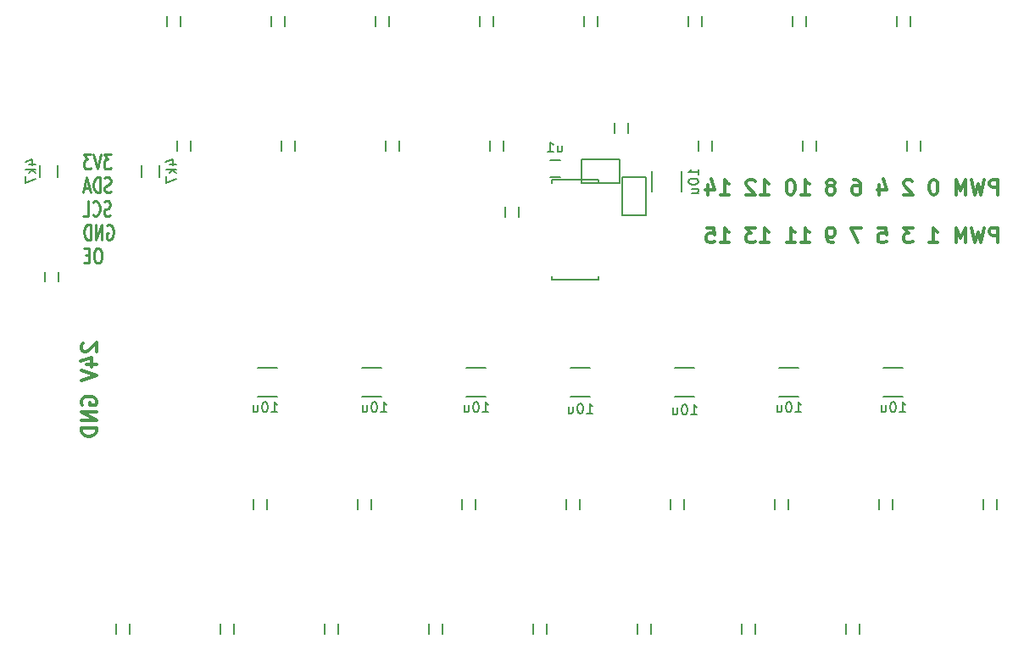
<source format=gbo>
G04 #@! TF.FileFunction,Legend,Bot*
%FSLAX46Y46*%
G04 Gerber Fmt 4.6, Leading zero omitted, Abs format (unit mm)*
G04 Created by KiCad (PCBNEW 4.0.0-stable) date 06.09.2016 12:35:27*
%MOMM*%
G01*
G04 APERTURE LIST*
%ADD10C,0.100000*%
%ADD11C,0.300000*%
%ADD12C,0.250000*%
%ADD13C,0.150000*%
%ADD14C,0.200000*%
G04 APERTURE END LIST*
D10*
D11*
X129089711Y-48824571D02*
X129089711Y-47324571D01*
X128518283Y-47324571D01*
X128375425Y-47396000D01*
X128303997Y-47467429D01*
X128232568Y-47610286D01*
X128232568Y-47824571D01*
X128303997Y-47967429D01*
X128375425Y-48038857D01*
X128518283Y-48110286D01*
X129089711Y-48110286D01*
X127732568Y-47324571D02*
X127375425Y-48824571D01*
X127089711Y-47753143D01*
X126803997Y-48824571D01*
X126446854Y-47324571D01*
X125875425Y-48824571D02*
X125875425Y-47324571D01*
X125375425Y-48396000D01*
X124875425Y-47324571D01*
X124875425Y-48824571D01*
X122732568Y-47324571D02*
X122589711Y-47324571D01*
X122446854Y-47396000D01*
X122375425Y-47467429D01*
X122303996Y-47610286D01*
X122232568Y-47896000D01*
X122232568Y-48253143D01*
X122303996Y-48538857D01*
X122375425Y-48681714D01*
X122446854Y-48753143D01*
X122589711Y-48824571D01*
X122732568Y-48824571D01*
X122875425Y-48753143D01*
X122946854Y-48681714D01*
X123018282Y-48538857D01*
X123089711Y-48253143D01*
X123089711Y-47896000D01*
X123018282Y-47610286D01*
X122946854Y-47467429D01*
X122875425Y-47396000D01*
X122732568Y-47324571D01*
X120518283Y-47467429D02*
X120446854Y-47396000D01*
X120303997Y-47324571D01*
X119946854Y-47324571D01*
X119803997Y-47396000D01*
X119732568Y-47467429D01*
X119661140Y-47610286D01*
X119661140Y-47753143D01*
X119732568Y-47967429D01*
X120589711Y-48824571D01*
X119661140Y-48824571D01*
X117232569Y-47824571D02*
X117232569Y-48824571D01*
X117589712Y-47253143D02*
X117946855Y-48324571D01*
X117018283Y-48324571D01*
X114661141Y-47324571D02*
X114946855Y-47324571D01*
X115089712Y-47396000D01*
X115161141Y-47467429D01*
X115303998Y-47681714D01*
X115375427Y-47967429D01*
X115375427Y-48538857D01*
X115303998Y-48681714D01*
X115232570Y-48753143D01*
X115089712Y-48824571D01*
X114803998Y-48824571D01*
X114661141Y-48753143D01*
X114589712Y-48681714D01*
X114518284Y-48538857D01*
X114518284Y-48181714D01*
X114589712Y-48038857D01*
X114661141Y-47967429D01*
X114803998Y-47896000D01*
X115089712Y-47896000D01*
X115232570Y-47967429D01*
X115303998Y-48038857D01*
X115375427Y-48181714D01*
X112518284Y-47967429D02*
X112661142Y-47896000D01*
X112732570Y-47824571D01*
X112803999Y-47681714D01*
X112803999Y-47610286D01*
X112732570Y-47467429D01*
X112661142Y-47396000D01*
X112518284Y-47324571D01*
X112232570Y-47324571D01*
X112089713Y-47396000D01*
X112018284Y-47467429D01*
X111946856Y-47610286D01*
X111946856Y-47681714D01*
X112018284Y-47824571D01*
X112089713Y-47896000D01*
X112232570Y-47967429D01*
X112518284Y-47967429D01*
X112661142Y-48038857D01*
X112732570Y-48110286D01*
X112803999Y-48253143D01*
X112803999Y-48538857D01*
X112732570Y-48681714D01*
X112661142Y-48753143D01*
X112518284Y-48824571D01*
X112232570Y-48824571D01*
X112089713Y-48753143D01*
X112018284Y-48681714D01*
X111946856Y-48538857D01*
X111946856Y-48253143D01*
X112018284Y-48110286D01*
X112089713Y-48038857D01*
X112232570Y-47967429D01*
X109375428Y-48824571D02*
X110232571Y-48824571D01*
X109803999Y-48824571D02*
X109803999Y-47324571D01*
X109946856Y-47538857D01*
X110089714Y-47681714D01*
X110232571Y-47753143D01*
X108446857Y-47324571D02*
X108304000Y-47324571D01*
X108161143Y-47396000D01*
X108089714Y-47467429D01*
X108018285Y-47610286D01*
X107946857Y-47896000D01*
X107946857Y-48253143D01*
X108018285Y-48538857D01*
X108089714Y-48681714D01*
X108161143Y-48753143D01*
X108304000Y-48824571D01*
X108446857Y-48824571D01*
X108589714Y-48753143D01*
X108661143Y-48681714D01*
X108732571Y-48538857D01*
X108804000Y-48253143D01*
X108804000Y-47896000D01*
X108732571Y-47610286D01*
X108661143Y-47467429D01*
X108589714Y-47396000D01*
X108446857Y-47324571D01*
X105375429Y-48824571D02*
X106232572Y-48824571D01*
X105804000Y-48824571D02*
X105804000Y-47324571D01*
X105946857Y-47538857D01*
X106089715Y-47681714D01*
X106232572Y-47753143D01*
X104804001Y-47467429D02*
X104732572Y-47396000D01*
X104589715Y-47324571D01*
X104232572Y-47324571D01*
X104089715Y-47396000D01*
X104018286Y-47467429D01*
X103946858Y-47610286D01*
X103946858Y-47753143D01*
X104018286Y-47967429D01*
X104875429Y-48824571D01*
X103946858Y-48824571D01*
X101375430Y-48824571D02*
X102232573Y-48824571D01*
X101804001Y-48824571D02*
X101804001Y-47324571D01*
X101946858Y-47538857D01*
X102089716Y-47681714D01*
X102232573Y-47753143D01*
X100089716Y-47824571D02*
X100089716Y-48824571D01*
X100446859Y-47253143D02*
X100804002Y-48324571D01*
X99875430Y-48324571D01*
X129089711Y-53624571D02*
X129089711Y-52124571D01*
X128518283Y-52124571D01*
X128375425Y-52196000D01*
X128303997Y-52267429D01*
X128232568Y-52410286D01*
X128232568Y-52624571D01*
X128303997Y-52767429D01*
X128375425Y-52838857D01*
X128518283Y-52910286D01*
X129089711Y-52910286D01*
X127732568Y-52124571D02*
X127375425Y-53624571D01*
X127089711Y-52553143D01*
X126803997Y-53624571D01*
X126446854Y-52124571D01*
X125875425Y-53624571D02*
X125875425Y-52124571D01*
X125375425Y-53196000D01*
X124875425Y-52124571D01*
X124875425Y-53624571D01*
X122232568Y-53624571D02*
X123089711Y-53624571D01*
X122661139Y-53624571D02*
X122661139Y-52124571D01*
X122803996Y-52338857D01*
X122946854Y-52481714D01*
X123089711Y-52553143D01*
X120589711Y-52124571D02*
X119661140Y-52124571D01*
X120161140Y-52696000D01*
X119946854Y-52696000D01*
X119803997Y-52767429D01*
X119732568Y-52838857D01*
X119661140Y-52981714D01*
X119661140Y-53338857D01*
X119732568Y-53481714D01*
X119803997Y-53553143D01*
X119946854Y-53624571D01*
X120375426Y-53624571D01*
X120518283Y-53553143D01*
X120589711Y-53481714D01*
X117161140Y-52124571D02*
X117875426Y-52124571D01*
X117946855Y-52838857D01*
X117875426Y-52767429D01*
X117732569Y-52696000D01*
X117375426Y-52696000D01*
X117232569Y-52767429D01*
X117161140Y-52838857D01*
X117089712Y-52981714D01*
X117089712Y-53338857D01*
X117161140Y-53481714D01*
X117232569Y-53553143D01*
X117375426Y-53624571D01*
X117732569Y-53624571D01*
X117875426Y-53553143D01*
X117946855Y-53481714D01*
X115446855Y-52124571D02*
X114446855Y-52124571D01*
X115089712Y-53624571D01*
X112661142Y-53624571D02*
X112375427Y-53624571D01*
X112232570Y-53553143D01*
X112161142Y-53481714D01*
X112018284Y-53267429D01*
X111946856Y-52981714D01*
X111946856Y-52410286D01*
X112018284Y-52267429D01*
X112089713Y-52196000D01*
X112232570Y-52124571D01*
X112518284Y-52124571D01*
X112661142Y-52196000D01*
X112732570Y-52267429D01*
X112803999Y-52410286D01*
X112803999Y-52767429D01*
X112732570Y-52910286D01*
X112661142Y-52981714D01*
X112518284Y-53053143D01*
X112232570Y-53053143D01*
X112089713Y-52981714D01*
X112018284Y-52910286D01*
X111946856Y-52767429D01*
X109375428Y-53624571D02*
X110232571Y-53624571D01*
X109803999Y-53624571D02*
X109803999Y-52124571D01*
X109946856Y-52338857D01*
X110089714Y-52481714D01*
X110232571Y-52553143D01*
X107946857Y-53624571D02*
X108804000Y-53624571D01*
X108375428Y-53624571D02*
X108375428Y-52124571D01*
X108518285Y-52338857D01*
X108661143Y-52481714D01*
X108804000Y-52553143D01*
X105375429Y-53624571D02*
X106232572Y-53624571D01*
X105804000Y-53624571D02*
X105804000Y-52124571D01*
X105946857Y-52338857D01*
X106089715Y-52481714D01*
X106232572Y-52553143D01*
X104875429Y-52124571D02*
X103946858Y-52124571D01*
X104446858Y-52696000D01*
X104232572Y-52696000D01*
X104089715Y-52767429D01*
X104018286Y-52838857D01*
X103946858Y-52981714D01*
X103946858Y-53338857D01*
X104018286Y-53481714D01*
X104089715Y-53553143D01*
X104232572Y-53624571D01*
X104661144Y-53624571D01*
X104804001Y-53553143D01*
X104875429Y-53481714D01*
X101375430Y-53624571D02*
X102232573Y-53624571D01*
X101804001Y-53624571D02*
X101804001Y-52124571D01*
X101946858Y-52338857D01*
X102089716Y-52481714D01*
X102232573Y-52553143D01*
X100018287Y-52124571D02*
X100732573Y-52124571D01*
X100804002Y-52838857D01*
X100732573Y-52767429D01*
X100589716Y-52696000D01*
X100232573Y-52696000D01*
X100089716Y-52767429D01*
X100018287Y-52838857D01*
X99946859Y-52981714D01*
X99946859Y-53338857D01*
X100018287Y-53481714D01*
X100089716Y-53553143D01*
X100232573Y-53624571D01*
X100589716Y-53624571D01*
X100732573Y-53553143D01*
X100804002Y-53481714D01*
D12*
X40472952Y-44770571D02*
X39792000Y-44770571D01*
X40158666Y-45342000D01*
X40001524Y-45342000D01*
X39896762Y-45413429D01*
X39844381Y-45484857D01*
X39792000Y-45627714D01*
X39792000Y-45984857D01*
X39844381Y-46127714D01*
X39896762Y-46199143D01*
X40001524Y-46270571D01*
X40315809Y-46270571D01*
X40420571Y-46199143D01*
X40472952Y-46127714D01*
X39477714Y-44770571D02*
X39111047Y-46270571D01*
X38744381Y-44770571D01*
X38482476Y-44770571D02*
X37801524Y-44770571D01*
X38168190Y-45342000D01*
X38011048Y-45342000D01*
X37906286Y-45413429D01*
X37853905Y-45484857D01*
X37801524Y-45627714D01*
X37801524Y-45984857D01*
X37853905Y-46127714D01*
X37906286Y-46199143D01*
X38011048Y-46270571D01*
X38325333Y-46270571D01*
X38430095Y-46199143D01*
X38482476Y-46127714D01*
X40472952Y-48549143D02*
X40315809Y-48620571D01*
X40053905Y-48620571D01*
X39949143Y-48549143D01*
X39896762Y-48477714D01*
X39844381Y-48334857D01*
X39844381Y-48192000D01*
X39896762Y-48049143D01*
X39949143Y-47977714D01*
X40053905Y-47906286D01*
X40263428Y-47834857D01*
X40368190Y-47763429D01*
X40420571Y-47692000D01*
X40472952Y-47549143D01*
X40472952Y-47406286D01*
X40420571Y-47263429D01*
X40368190Y-47192000D01*
X40263428Y-47120571D01*
X40001524Y-47120571D01*
X39844381Y-47192000D01*
X39372952Y-48620571D02*
X39372952Y-47120571D01*
X39111047Y-47120571D01*
X38953905Y-47192000D01*
X38849143Y-47334857D01*
X38796762Y-47477714D01*
X38744381Y-47763429D01*
X38744381Y-47977714D01*
X38796762Y-48263429D01*
X38849143Y-48406286D01*
X38953905Y-48549143D01*
X39111047Y-48620571D01*
X39372952Y-48620571D01*
X38325333Y-48192000D02*
X37801524Y-48192000D01*
X38430095Y-48620571D02*
X38063428Y-47120571D01*
X37696762Y-48620571D01*
X40420571Y-50899143D02*
X40263428Y-50970571D01*
X40001524Y-50970571D01*
X39896762Y-50899143D01*
X39844381Y-50827714D01*
X39792000Y-50684857D01*
X39792000Y-50542000D01*
X39844381Y-50399143D01*
X39896762Y-50327714D01*
X40001524Y-50256286D01*
X40211047Y-50184857D01*
X40315809Y-50113429D01*
X40368190Y-50042000D01*
X40420571Y-49899143D01*
X40420571Y-49756286D01*
X40368190Y-49613429D01*
X40315809Y-49542000D01*
X40211047Y-49470571D01*
X39949143Y-49470571D01*
X39792000Y-49542000D01*
X38692000Y-50827714D02*
X38744381Y-50899143D01*
X38901524Y-50970571D01*
X39006286Y-50970571D01*
X39163428Y-50899143D01*
X39268190Y-50756286D01*
X39320571Y-50613429D01*
X39372952Y-50327714D01*
X39372952Y-50113429D01*
X39320571Y-49827714D01*
X39268190Y-49684857D01*
X39163428Y-49542000D01*
X39006286Y-49470571D01*
X38901524Y-49470571D01*
X38744381Y-49542000D01*
X38692000Y-49613429D01*
X37696762Y-50970571D02*
X38220571Y-50970571D01*
X38220571Y-49470571D01*
X40106286Y-51892000D02*
X40211048Y-51820571D01*
X40368191Y-51820571D01*
X40525333Y-51892000D01*
X40630095Y-52034857D01*
X40682476Y-52177714D01*
X40734857Y-52463429D01*
X40734857Y-52677714D01*
X40682476Y-52963429D01*
X40630095Y-53106286D01*
X40525333Y-53249143D01*
X40368191Y-53320571D01*
X40263429Y-53320571D01*
X40106286Y-53249143D01*
X40053905Y-53177714D01*
X40053905Y-52677714D01*
X40263429Y-52677714D01*
X39582476Y-53320571D02*
X39582476Y-51820571D01*
X38953905Y-53320571D01*
X38953905Y-51820571D01*
X38430095Y-53320571D02*
X38430095Y-51820571D01*
X38168190Y-51820571D01*
X38011048Y-51892000D01*
X37906286Y-52034857D01*
X37853905Y-52177714D01*
X37801524Y-52463429D01*
X37801524Y-52677714D01*
X37853905Y-52963429D01*
X37906286Y-53106286D01*
X38011048Y-53249143D01*
X38168190Y-53320571D01*
X38430095Y-53320571D01*
X39268190Y-54170571D02*
X39058667Y-54170571D01*
X38953905Y-54242000D01*
X38849143Y-54384857D01*
X38796762Y-54670571D01*
X38796762Y-55170571D01*
X38849143Y-55456286D01*
X38953905Y-55599143D01*
X39058667Y-55670571D01*
X39268190Y-55670571D01*
X39372952Y-55599143D01*
X39477714Y-55456286D01*
X39530095Y-55170571D01*
X39530095Y-54670571D01*
X39477714Y-54384857D01*
X39372952Y-54242000D01*
X39268190Y-54170571D01*
X38325333Y-54884857D02*
X37958667Y-54884857D01*
X37801524Y-55670571D02*
X38325333Y-55670571D01*
X38325333Y-54170571D01*
X37801524Y-54170571D01*
D11*
X37675429Y-63683143D02*
X37604000Y-63754572D01*
X37532571Y-63897429D01*
X37532571Y-64254572D01*
X37604000Y-64397429D01*
X37675429Y-64468858D01*
X37818286Y-64540286D01*
X37961143Y-64540286D01*
X38175429Y-64468858D01*
X39032571Y-63611715D01*
X39032571Y-64540286D01*
X38032571Y-65826000D02*
X39032571Y-65826000D01*
X37461143Y-65468857D02*
X38532571Y-65111714D01*
X38532571Y-66040286D01*
X37532571Y-66397428D02*
X39032571Y-66897428D01*
X37532571Y-67397428D01*
X37604000Y-69825999D02*
X37532571Y-69683142D01*
X37532571Y-69468856D01*
X37604000Y-69254571D01*
X37746857Y-69111713D01*
X37889714Y-69040285D01*
X38175429Y-68968856D01*
X38389714Y-68968856D01*
X38675429Y-69040285D01*
X38818286Y-69111713D01*
X38961143Y-69254571D01*
X39032571Y-69468856D01*
X39032571Y-69611713D01*
X38961143Y-69825999D01*
X38889714Y-69897428D01*
X38389714Y-69897428D01*
X38389714Y-69611713D01*
X39032571Y-70540285D02*
X37532571Y-70540285D01*
X39032571Y-71397428D01*
X37532571Y-71397428D01*
X39032571Y-72111714D02*
X37532571Y-72111714D01*
X37532571Y-72468857D01*
X37604000Y-72683142D01*
X37746857Y-72826000D01*
X37889714Y-72897428D01*
X38175429Y-72968857D01*
X38389714Y-72968857D01*
X38675429Y-72897428D01*
X38818286Y-72826000D01*
X38961143Y-72683142D01*
X39032571Y-72468857D01*
X39032571Y-72111714D01*
D13*
X67548000Y-69039000D02*
X65548000Y-69039000D01*
X65548000Y-66089000D02*
X67548000Y-66089000D01*
X77962000Y-69039000D02*
X75962000Y-69039000D01*
X75962000Y-66089000D02*
X77962000Y-66089000D01*
X88376000Y-69039000D02*
X86376000Y-69039000D01*
X86376000Y-66089000D02*
X88376000Y-66089000D01*
X98790000Y-69039000D02*
X96790000Y-69039000D01*
X96790000Y-66089000D02*
X98790000Y-66089000D01*
X57134000Y-69039000D02*
X55134000Y-69039000D01*
X55134000Y-66089000D02*
X57134000Y-66089000D01*
X85336000Y-47078000D02*
X84336000Y-47078000D01*
X84336000Y-45378000D02*
X85336000Y-45378000D01*
X94537000Y-48498000D02*
X94537000Y-46498000D01*
X97487000Y-46498000D02*
X97487000Y-48498000D01*
X35219000Y-57523000D02*
X35219000Y-56523000D01*
X33869000Y-56523000D02*
X33869000Y-57523000D01*
D14*
X91308000Y-45282000D02*
X87508000Y-45282000D01*
X87508000Y-45282000D02*
X87508000Y-47682000D01*
X87508000Y-47682000D02*
X91308000Y-47682000D01*
X91308000Y-47682000D02*
X91308000Y-45282000D01*
D13*
X120309000Y-31996000D02*
X120309000Y-30996000D01*
X118959000Y-30996000D02*
X118959000Y-31996000D01*
X119975000Y-43442000D02*
X119975000Y-44442000D01*
X121325000Y-44442000D02*
X121325000Y-43442000D01*
X113879000Y-91702000D02*
X113879000Y-92702000D01*
X115229000Y-92702000D02*
X115229000Y-91702000D01*
X128945000Y-80256000D02*
X128945000Y-79256000D01*
X127595000Y-79256000D02*
X127595000Y-80256000D01*
X109895000Y-31996000D02*
X109895000Y-30996000D01*
X108545000Y-30996000D02*
X108545000Y-31996000D01*
X109561000Y-43442000D02*
X109561000Y-44442000D01*
X110911000Y-44442000D02*
X110911000Y-43442000D01*
X103465000Y-91702000D02*
X103465000Y-92702000D01*
X104815000Y-92702000D02*
X104815000Y-91702000D01*
X118531000Y-80256000D02*
X118531000Y-79256000D01*
X117181000Y-79256000D02*
X117181000Y-80256000D01*
X99481000Y-31996000D02*
X99481000Y-30996000D01*
X98131000Y-30996000D02*
X98131000Y-31996000D01*
X99147000Y-43442000D02*
X99147000Y-44442000D01*
X100497000Y-44442000D02*
X100497000Y-43442000D01*
X93051000Y-91702000D02*
X93051000Y-92702000D01*
X94401000Y-92702000D02*
X94401000Y-91702000D01*
X108117000Y-80256000D02*
X108117000Y-79256000D01*
X106767000Y-79256000D02*
X106767000Y-80256000D01*
X89067000Y-31996000D02*
X89067000Y-30996000D01*
X87717000Y-30996000D02*
X87717000Y-31996000D01*
X90765000Y-41664000D02*
X90765000Y-42664000D01*
X92115000Y-42664000D02*
X92115000Y-41664000D01*
X82637000Y-91702000D02*
X82637000Y-92702000D01*
X83987000Y-92702000D02*
X83987000Y-91702000D01*
X89193000Y-47349000D02*
X89193000Y-47674000D01*
X84543000Y-47349000D02*
X84543000Y-47674000D01*
X84543000Y-57299000D02*
X84543000Y-56974000D01*
X89193000Y-57299000D02*
X89193000Y-56974000D01*
X89193000Y-47349000D02*
X84543000Y-47349000D01*
X89193000Y-57299000D02*
X84543000Y-57299000D01*
X89193000Y-47674000D02*
X90268000Y-47674000D01*
X79843000Y-50046000D02*
X79843000Y-51046000D01*
X81193000Y-51046000D02*
X81193000Y-50046000D01*
D14*
X91510000Y-47122000D02*
X91510000Y-50922000D01*
X91510000Y-50922000D02*
X93910000Y-50922000D01*
X93910000Y-50922000D02*
X93910000Y-47122000D01*
X93910000Y-47122000D02*
X91510000Y-47122000D01*
D13*
X97703000Y-80256000D02*
X97703000Y-79256000D01*
X96353000Y-79256000D02*
X96353000Y-80256000D01*
X78653000Y-31996000D02*
X78653000Y-30996000D01*
X77303000Y-30996000D02*
X77303000Y-31996000D01*
X78319000Y-43442000D02*
X78319000Y-44442000D01*
X79669000Y-44442000D02*
X79669000Y-43442000D01*
X72223000Y-91702000D02*
X72223000Y-92702000D01*
X73573000Y-92702000D02*
X73573000Y-91702000D01*
X87289000Y-80256000D02*
X87289000Y-79256000D01*
X85939000Y-79256000D02*
X85939000Y-80256000D01*
X68239000Y-31996000D02*
X68239000Y-30996000D01*
X66889000Y-30996000D02*
X66889000Y-31996000D01*
X67905000Y-43442000D02*
X67905000Y-44442000D01*
X69255000Y-44442000D02*
X69255000Y-43442000D01*
X61809000Y-91702000D02*
X61809000Y-92702000D01*
X63159000Y-92702000D02*
X63159000Y-91702000D01*
X76875000Y-80256000D02*
X76875000Y-79256000D01*
X75525000Y-79256000D02*
X75525000Y-80256000D01*
X57825000Y-31996000D02*
X57825000Y-30996000D01*
X56475000Y-30996000D02*
X56475000Y-31996000D01*
X57491000Y-43442000D02*
X57491000Y-44442000D01*
X58841000Y-44442000D02*
X58841000Y-43442000D01*
X51395000Y-91702000D02*
X51395000Y-92702000D01*
X52745000Y-92702000D02*
X52745000Y-91702000D01*
X66461000Y-80256000D02*
X66461000Y-79256000D01*
X65111000Y-79256000D02*
X65111000Y-80256000D01*
X47411000Y-31996000D02*
X47411000Y-30996000D01*
X46061000Y-30996000D02*
X46061000Y-31996000D01*
X47077000Y-43442000D02*
X47077000Y-44442000D01*
X48427000Y-44442000D02*
X48427000Y-43442000D01*
X40981000Y-91702000D02*
X40981000Y-92702000D01*
X42331000Y-92702000D02*
X42331000Y-91702000D01*
X56047000Y-80256000D02*
X56047000Y-79256000D01*
X54697000Y-79256000D02*
X54697000Y-80256000D01*
X109204000Y-69039000D02*
X107204000Y-69039000D01*
X107204000Y-66089000D02*
X109204000Y-66089000D01*
X119618000Y-69039000D02*
X117618000Y-69039000D01*
X117618000Y-66089000D02*
X119618000Y-66089000D01*
X45325000Y-47082000D02*
X45325000Y-45882000D01*
X43575000Y-45882000D02*
X43575000Y-47082000D01*
X35165000Y-47082000D02*
X35165000Y-45882000D01*
X33415000Y-45882000D02*
X33415000Y-47082000D01*
X67444857Y-70556381D02*
X68016286Y-70556381D01*
X67730572Y-70556381D02*
X67730572Y-69556381D01*
X67825810Y-69699238D01*
X67921048Y-69794476D01*
X68016286Y-69842095D01*
X66825810Y-69556381D02*
X66730571Y-69556381D01*
X66635333Y-69604000D01*
X66587714Y-69651619D01*
X66540095Y-69746857D01*
X66492476Y-69937333D01*
X66492476Y-70175429D01*
X66540095Y-70365905D01*
X66587714Y-70461143D01*
X66635333Y-70508762D01*
X66730571Y-70556381D01*
X66825810Y-70556381D01*
X66921048Y-70508762D01*
X66968667Y-70461143D01*
X67016286Y-70365905D01*
X67063905Y-70175429D01*
X67063905Y-69937333D01*
X67016286Y-69746857D01*
X66968667Y-69651619D01*
X66921048Y-69604000D01*
X66825810Y-69556381D01*
X65635333Y-69889714D02*
X65635333Y-70556381D01*
X66063905Y-69889714D02*
X66063905Y-70413524D01*
X66016286Y-70508762D01*
X65921048Y-70556381D01*
X65778190Y-70556381D01*
X65682952Y-70508762D01*
X65635333Y-70461143D01*
X77604857Y-70556381D02*
X78176286Y-70556381D01*
X77890572Y-70556381D02*
X77890572Y-69556381D01*
X77985810Y-69699238D01*
X78081048Y-69794476D01*
X78176286Y-69842095D01*
X76985810Y-69556381D02*
X76890571Y-69556381D01*
X76795333Y-69604000D01*
X76747714Y-69651619D01*
X76700095Y-69746857D01*
X76652476Y-69937333D01*
X76652476Y-70175429D01*
X76700095Y-70365905D01*
X76747714Y-70461143D01*
X76795333Y-70508762D01*
X76890571Y-70556381D01*
X76985810Y-70556381D01*
X77081048Y-70508762D01*
X77128667Y-70461143D01*
X77176286Y-70365905D01*
X77223905Y-70175429D01*
X77223905Y-69937333D01*
X77176286Y-69746857D01*
X77128667Y-69651619D01*
X77081048Y-69604000D01*
X76985810Y-69556381D01*
X75795333Y-69889714D02*
X75795333Y-70556381D01*
X76223905Y-69889714D02*
X76223905Y-70413524D01*
X76176286Y-70508762D01*
X76081048Y-70556381D01*
X75938190Y-70556381D01*
X75842952Y-70508762D01*
X75795333Y-70461143D01*
X88018857Y-70683381D02*
X88590286Y-70683381D01*
X88304572Y-70683381D02*
X88304572Y-69683381D01*
X88399810Y-69826238D01*
X88495048Y-69921476D01*
X88590286Y-69969095D01*
X87399810Y-69683381D02*
X87304571Y-69683381D01*
X87209333Y-69731000D01*
X87161714Y-69778619D01*
X87114095Y-69873857D01*
X87066476Y-70064333D01*
X87066476Y-70302429D01*
X87114095Y-70492905D01*
X87161714Y-70588143D01*
X87209333Y-70635762D01*
X87304571Y-70683381D01*
X87399810Y-70683381D01*
X87495048Y-70635762D01*
X87542667Y-70588143D01*
X87590286Y-70492905D01*
X87637905Y-70302429D01*
X87637905Y-70064333D01*
X87590286Y-69873857D01*
X87542667Y-69778619D01*
X87495048Y-69731000D01*
X87399810Y-69683381D01*
X86209333Y-70016714D02*
X86209333Y-70683381D01*
X86637905Y-70016714D02*
X86637905Y-70540524D01*
X86590286Y-70635762D01*
X86495048Y-70683381D01*
X86352190Y-70683381D01*
X86256952Y-70635762D01*
X86209333Y-70588143D01*
X98432857Y-70810381D02*
X99004286Y-70810381D01*
X98718572Y-70810381D02*
X98718572Y-69810381D01*
X98813810Y-69953238D01*
X98909048Y-70048476D01*
X99004286Y-70096095D01*
X97813810Y-69810381D02*
X97718571Y-69810381D01*
X97623333Y-69858000D01*
X97575714Y-69905619D01*
X97528095Y-70000857D01*
X97480476Y-70191333D01*
X97480476Y-70429429D01*
X97528095Y-70619905D01*
X97575714Y-70715143D01*
X97623333Y-70762762D01*
X97718571Y-70810381D01*
X97813810Y-70810381D01*
X97909048Y-70762762D01*
X97956667Y-70715143D01*
X98004286Y-70619905D01*
X98051905Y-70429429D01*
X98051905Y-70191333D01*
X98004286Y-70000857D01*
X97956667Y-69905619D01*
X97909048Y-69858000D01*
X97813810Y-69810381D01*
X96623333Y-70143714D02*
X96623333Y-70810381D01*
X97051905Y-70143714D02*
X97051905Y-70667524D01*
X97004286Y-70762762D01*
X96909048Y-70810381D01*
X96766190Y-70810381D01*
X96670952Y-70762762D01*
X96623333Y-70715143D01*
X56522857Y-70556381D02*
X57094286Y-70556381D01*
X56808572Y-70556381D02*
X56808572Y-69556381D01*
X56903810Y-69699238D01*
X56999048Y-69794476D01*
X57094286Y-69842095D01*
X55903810Y-69556381D02*
X55808571Y-69556381D01*
X55713333Y-69604000D01*
X55665714Y-69651619D01*
X55618095Y-69746857D01*
X55570476Y-69937333D01*
X55570476Y-70175429D01*
X55618095Y-70365905D01*
X55665714Y-70461143D01*
X55713333Y-70508762D01*
X55808571Y-70556381D01*
X55903810Y-70556381D01*
X55999048Y-70508762D01*
X56046667Y-70461143D01*
X56094286Y-70365905D01*
X56141905Y-70175429D01*
X56141905Y-69937333D01*
X56094286Y-69746857D01*
X56046667Y-69651619D01*
X55999048Y-69604000D01*
X55903810Y-69556381D01*
X54713333Y-69889714D02*
X54713333Y-70556381D01*
X55141905Y-69889714D02*
X55141905Y-70413524D01*
X55094286Y-70508762D01*
X54999048Y-70556381D01*
X54856190Y-70556381D01*
X54760952Y-70508762D01*
X54713333Y-70461143D01*
X85097904Y-43913714D02*
X85097904Y-44580381D01*
X85526476Y-43913714D02*
X85526476Y-44437524D01*
X85478857Y-44532762D01*
X85383619Y-44580381D01*
X85240761Y-44580381D01*
X85145523Y-44532762D01*
X85097904Y-44485143D01*
X84097904Y-44580381D02*
X84669333Y-44580381D01*
X84383619Y-44580381D02*
X84383619Y-43580381D01*
X84478857Y-43723238D01*
X84574095Y-43818476D01*
X84669333Y-43866095D01*
X99164381Y-46855143D02*
X99164381Y-46283714D01*
X99164381Y-46569428D02*
X98164381Y-46569428D01*
X98307238Y-46474190D01*
X98402476Y-46378952D01*
X98450095Y-46283714D01*
X98164381Y-47474190D02*
X98164381Y-47569429D01*
X98212000Y-47664667D01*
X98259619Y-47712286D01*
X98354857Y-47759905D01*
X98545333Y-47807524D01*
X98783429Y-47807524D01*
X98973905Y-47759905D01*
X99069143Y-47712286D01*
X99116762Y-47664667D01*
X99164381Y-47569429D01*
X99164381Y-47474190D01*
X99116762Y-47378952D01*
X99069143Y-47331333D01*
X98973905Y-47283714D01*
X98783429Y-47236095D01*
X98545333Y-47236095D01*
X98354857Y-47283714D01*
X98259619Y-47331333D01*
X98212000Y-47378952D01*
X98164381Y-47474190D01*
X98497714Y-48664667D02*
X99164381Y-48664667D01*
X98497714Y-48236095D02*
X99021524Y-48236095D01*
X99116762Y-48283714D01*
X99164381Y-48378952D01*
X99164381Y-48521810D01*
X99116762Y-48617048D01*
X99069143Y-48664667D01*
X108846857Y-70556381D02*
X109418286Y-70556381D01*
X109132572Y-70556381D02*
X109132572Y-69556381D01*
X109227810Y-69699238D01*
X109323048Y-69794476D01*
X109418286Y-69842095D01*
X108227810Y-69556381D02*
X108132571Y-69556381D01*
X108037333Y-69604000D01*
X107989714Y-69651619D01*
X107942095Y-69746857D01*
X107894476Y-69937333D01*
X107894476Y-70175429D01*
X107942095Y-70365905D01*
X107989714Y-70461143D01*
X108037333Y-70508762D01*
X108132571Y-70556381D01*
X108227810Y-70556381D01*
X108323048Y-70508762D01*
X108370667Y-70461143D01*
X108418286Y-70365905D01*
X108465905Y-70175429D01*
X108465905Y-69937333D01*
X108418286Y-69746857D01*
X108370667Y-69651619D01*
X108323048Y-69604000D01*
X108227810Y-69556381D01*
X107037333Y-69889714D02*
X107037333Y-70556381D01*
X107465905Y-69889714D02*
X107465905Y-70413524D01*
X107418286Y-70508762D01*
X107323048Y-70556381D01*
X107180190Y-70556381D01*
X107084952Y-70508762D01*
X107037333Y-70461143D01*
X119260857Y-70556381D02*
X119832286Y-70556381D01*
X119546572Y-70556381D02*
X119546572Y-69556381D01*
X119641810Y-69699238D01*
X119737048Y-69794476D01*
X119832286Y-69842095D01*
X118641810Y-69556381D02*
X118546571Y-69556381D01*
X118451333Y-69604000D01*
X118403714Y-69651619D01*
X118356095Y-69746857D01*
X118308476Y-69937333D01*
X118308476Y-70175429D01*
X118356095Y-70365905D01*
X118403714Y-70461143D01*
X118451333Y-70508762D01*
X118546571Y-70556381D01*
X118641810Y-70556381D01*
X118737048Y-70508762D01*
X118784667Y-70461143D01*
X118832286Y-70365905D01*
X118879905Y-70175429D01*
X118879905Y-69937333D01*
X118832286Y-69746857D01*
X118784667Y-69651619D01*
X118737048Y-69604000D01*
X118641810Y-69556381D01*
X117451333Y-69889714D02*
X117451333Y-70556381D01*
X117879905Y-69889714D02*
X117879905Y-70413524D01*
X117832286Y-70508762D01*
X117737048Y-70556381D01*
X117594190Y-70556381D01*
X117498952Y-70508762D01*
X117451333Y-70461143D01*
X46335714Y-45791524D02*
X47002381Y-45791524D01*
X45954762Y-45553428D02*
X46669048Y-45315333D01*
X46669048Y-45934381D01*
X47002381Y-46315333D02*
X46002381Y-46315333D01*
X46621429Y-46410571D02*
X47002381Y-46696286D01*
X46335714Y-46696286D02*
X46716667Y-46315333D01*
X46002381Y-47029619D02*
X46002381Y-47696286D01*
X47002381Y-47267714D01*
X32297714Y-45791524D02*
X32964381Y-45791524D01*
X31916762Y-45553428D02*
X32631048Y-45315333D01*
X32631048Y-45934381D01*
X32964381Y-46315333D02*
X31964381Y-46315333D01*
X32583429Y-46410571D02*
X32964381Y-46696286D01*
X32297714Y-46696286D02*
X32678667Y-46315333D01*
X31964381Y-47029619D02*
X31964381Y-47696286D01*
X32964381Y-47267714D01*
M02*

</source>
